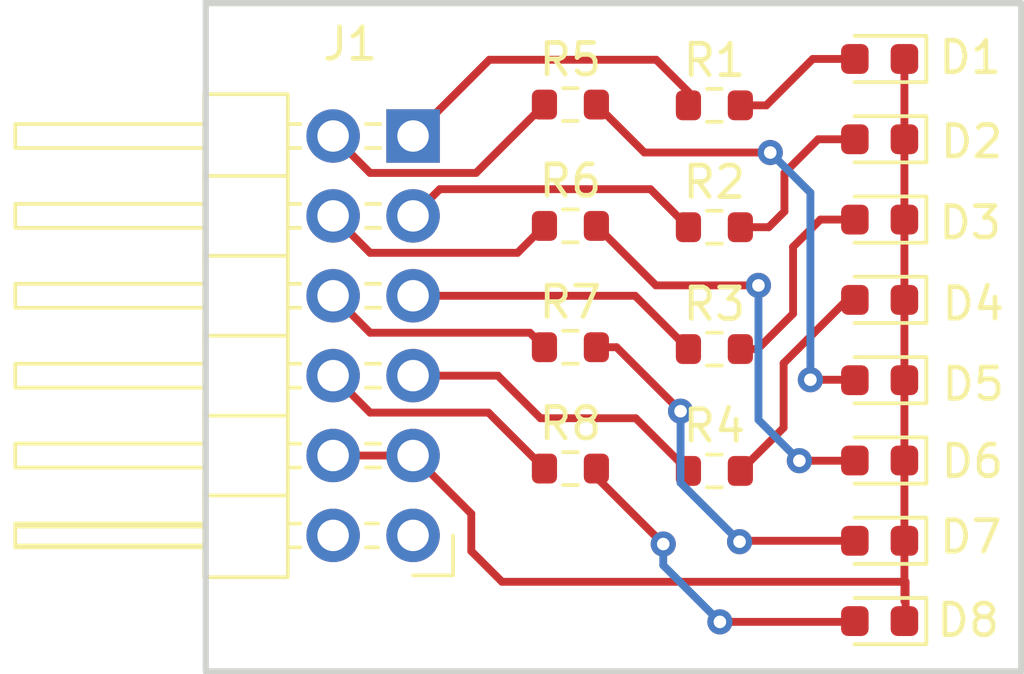
<source format=kicad_pcb>
(kicad_pcb (version 20211014) (generator pcbnew)
  (layers (0 "F.Cu" signal) (31 "B.Cu" signal) (34 "B.Paste" user) (35 "F.Paste" user) (36 "B.SilkS" user "B.Silkscreen") (37 "F.SilkS" user "F.Silkscreen") (38 "B.Mask" user) (39 "F.Mask" user) (44 "Edge.Cuts" user))
  (net 0 "")
  (net 1 "GND")
  (net 2 "Net-(R5-Pad2)")
  (net 3 "Net-(D2-Pad2)")
  (net 4 "Net-(D3-Pad2)")
  (net 5 "Net-(D4-Pad2)")
  (net 6 "Net-(D5-Pad2)")
  (net 7 "Net-(D6-Pad2)")
  (net 8 "Net-(D7-Pad2)")
  (net 9 "Net-(D8-Pad2)")
  (net 10 "Net-(J1-Pad1)")
  (net 11 "Net-(J1-Pad2)")
  (net 12 "Net-(J1-Pad3)")
  (net 13 "Net-(J1-Pad4)")
  (net 14 "+3V3")
  (net 15 "Net-(R5-Pad1)")
  (net 16 "Net-(J1-Pad8)")
  (net 17 "Net-(J1-Pad9)")
  (net 18 "Net-(J1-Pad10)")
  (footprint "Resistor_SMD:R_0603_1608Metric" (layer "F.Cu") (at 138.575 73.75)
    (fp_text reference "R1" (at 0 -1.43) (layer "F.SilkS"))
    (fp_text value "270" hide)
    (fp_line (start -0.237258 -0.5225) (end 0.237258 -0.5225) (layer "F.SilkS") (width 0.12))
    (fp_line (start -0.237258 0.5225) (end 0.237258 0.5225) (layer "F.SilkS") (width 0.12))
    (pad "1" smd roundrect (at -0.825 0) (size 0.8 0.95) (layers "F.Cu" "F.Paste" "F.Mask") (net 10 "Net-(J1-Pad1)"))
    (pad "2" smd roundrect (at 0.825 0) (size 0.8 0.95) (layers "F.Cu" "F.Paste" "F.Mask") (net 9 "Net-(D8-Pad2)"))
  )
  (footprint "Resistor_SMD:R_0603_1608Metric" (layer "F.Cu") (at 138.575 77.625)
    (fp_text reference "R2" (at 0 -1.43) (layer "F.SilkS"))
    (fp_text value "270" hide)
    (fp_line (start -0.237258 0.5225) (end 0.237258 0.5225) (layer "F.SilkS") (width 0.12))
    (fp_line (start -0.237258 -0.5225) (end 0.237258 -0.5225) (layer "F.SilkS") (width 0.12))
    (pad "1" smd roundrect (at -0.825 0) (size 0.8 0.95) (layers "F.Cu" "F.Paste" "F.Mask") (net 11 "Net-(J1-Pad2)"))
    (pad "2" smd roundrect (at 0.825 0) (size 0.8 0.95) (layers "F.Cu" "F.Paste" "F.Mask") (net 8 "Net-(D7-Pad2)"))
  )
  (footprint "Resistor_SMD:R_0603_1608Metric" (layer "F.Cu") (at 138.575 81.5)
    (fp_text reference "R3" (at 0 -1.43) (layer "F.SilkS"))
    (fp_text value "270" hide)
    (fp_line (start -0.237258 0.5225) (end 0.237258 0.5225) (layer "F.SilkS") (width 0.12))
    (fp_line (start -0.237258 -0.5225) (end 0.237258 -0.5225) (layer "F.SilkS") (width 0.12))
    (pad "1" smd roundrect (at -0.825 0) (size 0.8 0.95) (layers "F.Cu" "F.Paste" "F.Mask") (net 12 "Net-(J1-Pad3)"))
    (pad "2" smd roundrect (at 0.825 0) (size 0.8 0.95) (layers "F.Cu" "F.Paste" "F.Mask") (net 7 "Net-(D6-Pad2)"))
  )
  (footprint "Resistor_SMD:R_0603_1608Metric" (layer "F.Cu") (at 138.575 85.375)
    (fp_text reference "R4" (at 0 -1.43) (layer "F.SilkS"))
    (fp_text value "270" hide)
    (fp_line (start -0.237258 -0.5225) (end 0.237258 -0.5225) (layer "F.SilkS") (width 0.12))
    (fp_line (start -0.237258 0.5225) (end 0.237258 0.5225) (layer "F.SilkS") (width 0.12))
    (pad "1" smd roundrect (at -0.825 0) (size 0.8 0.95) (layers "F.Cu" "F.Paste" "F.Mask") (net 13 "Net-(J1-Pad4)"))
    (pad "2" smd roundrect (at 0.825 0) (size 0.8 0.95) (layers "F.Cu" "F.Paste" "F.Mask") (net 6 "Net-(D5-Pad2)"))
  )
  (footprint "LED_SMD:LED_0603_1608Metric" (layer "F.Cu") (at 143.825 77.382142 180)
    (fp_text reference "D3" (at -2.875 -0.1) (layer "F.SilkS"))
    (fp_text value "LED" hide)
    (fp_line (start -1.485 -0.735) (end -1.485 0.735) (layer "F.SilkS") (width 0.12))
    (fp_line (start -1.485 0.735) (end 0.8 0.735) (layer "F.SilkS") (width 0.12))
    (fp_line (start 0.8 -0.735) (end -1.485 -0.735) (layer "F.SilkS") (width 0.12))
    (pad "1" smd roundrect (at -0.7875 0 180) (size 0.875 0.95) (layers "F.Cu" "F.Paste" "F.Mask") (net 1 "GND"))
    (pad "2" smd roundrect (at 0.7875 0 180) (size 0.875 0.95) (layers "F.Cu" "F.Paste" "F.Mask") (net 7 "Net-(D6-Pad2)"))
  )
  (footprint "LED_SMD:LED_0603_1608Metric" (layer "F.Cu") (at 143.825 74.828571 180)
    (fp_text reference "D2" (at -2.925 -0.075) (layer "F.SilkS"))
    (fp_text value "LED" hide)
    (fp_line (start 0.8 -0.735) (end -1.485 -0.735) (layer "F.SilkS") (width 0.12))
    (fp_line (start -1.485 0.735) (end 0.8 0.735) (layer "F.SilkS") (width 0.12))
    (fp_line (start -1.485 -0.735) (end -1.485 0.735) (layer "F.SilkS") (width 0.12))
    (pad "1" smd roundrect (at -0.7875 0 180) (size 0.875 0.95) (layers "F.Cu" "F.Paste" "F.Mask") (net 1 "GND"))
    (pad "2" smd roundrect (at 0.7875 0 180) (size 0.875 0.95) (layers "F.Cu" "F.Paste" "F.Mask") (net 8 "Net-(D7-Pad2)"))
  )
  (footprint "LED_SMD:LED_0603_1608Metric" (layer "F.Cu") (at 143.825 72.275 180)
    (fp_text reference "D1" (at -2.875 0.05) (layer "F.SilkS"))
    (fp_text value "LED" hide)
    (fp_line (start -1.485 0.735) (end 0.8 0.735) (layer "F.SilkS") (width 0.12))
    (fp_line (start -1.485 -0.735) (end -1.485 0.735) (layer "F.SilkS") (width 0.12))
    (fp_line (start 0.8 -0.735) (end -1.485 -0.735) (layer "F.SilkS") (width 0.12))
    (pad "1" smd roundrect (at -0.7875 0 180) (size 0.875 0.95) (layers "F.Cu" "F.Paste" "F.Mask") (net 1 "GND"))
    (pad "2" smd roundrect (at 0.7875 0 180) (size 0.875 0.95) (layers "F.Cu" "F.Paste" "F.Mask") (net 9 "Net-(D8-Pad2)"))
  )
  (footprint "LED_SMD:LED_0603_1608Metric" (layer "F.Cu") (at 143.825 79.935713 180)
    (fp_text reference "D4" (at -2.975 -0.125) (layer "F.SilkS"))
    (fp_text value "LED" hide)
    (fp_line (start 0.8 -0.735) (end -1.485 -0.735) (layer "F.SilkS") (width 0.12))
    (fp_line (start -1.485 0.735) (end 0.8 0.735) (layer "F.SilkS") (width 0.12))
    (fp_line (start -1.485 -0.735) (end -1.485 0.735) (layer "F.SilkS") (width 0.12))
    (pad "1" smd roundrect (at -0.7875 0 180) (size 0.875 0.95) (layers "F.Cu" "F.Paste" "F.Mask") (net 1 "GND"))
    (pad "2" smd roundrect (at 0.7875 0 180) (size 0.875 0.95) (layers "F.Cu" "F.Paste" "F.Mask") (net 6 "Net-(D5-Pad2)"))
  )
  (footprint "LED_SMD:LED_0603_1608Metric" (layer "F.Cu") (at 143.825 85.042855 180)
    (fp_text reference "D6" (at -2.95 -0.025) (layer "F.SilkS"))
    (fp_text value "LED" hide)
    (fp_line (start -1.485 -0.735) (end -1.485 0.735) (layer "F.SilkS") (width 0.12))
    (fp_line (start -1.485 0.735) (end 0.8 0.735) (layer "F.SilkS") (width 0.12))
    (fp_line (start 0.8 -0.735) (end -1.485 -0.735) (layer "F.SilkS") (width 0.12))
    (pad "1" smd roundrect (at -0.7875 0 180) (size 0.875 0.95) (layers "F.Cu" "F.Paste" "F.Mask") (net 1 "GND"))
    (pad "2" smd roundrect (at 0.7875 0 180) (size 0.875 0.95) (layers "F.Cu" "F.Paste" "F.Mask") (net 3 "Net-(D2-Pad2)"))
  )
  (footprint "Connector_PinHeader_2.54mm:PinHeader_2x06_P2.54mm_Horizontal" (layer "F.Cu") (at 129 87.425 180)
    (fp_text reference "J1" (at 2 15.625 180) (layer "F.SilkS"))
    (fp_text value "Conn_02x06_Counter_Clockwise" hide)
    (fp_line (start 1.042929 12.32) (end 1.497071 12.32) (layer "F.SilkS") (width 0.12))
    (fp_line (start 1.042929 5.46) (end 1.497071 5.46) (layer "F.SilkS") (width 0.12))
    (fp_line (start 3.98 3.81) (end 6.64 3.81) (layer "F.SilkS") (width 0.12))
    (fp_line (start 3.582929 0.38) (end 3.98 0.38) (layer "F.SilkS") (width 0.12))
    (fp_line (start 12.64 10.54) (end 6.64 10.54) (layer "F.SilkS") (width 0.12))
    (fp_line (start 1.042929 2.16) (end 1.497071 2.16) (layer "F.SilkS") (width 0.12))
    (fp_line (start 3.98 8.89) (end 6.64 8.89) (layer "F.SilkS") (width 0.12))
    (fp_line (start 12.64 4.7) (end 12.64 5.46) (layer "F.SilkS") (width 0.12))
    (fp_line (start 3.582929 9.78) (end 3.98 9.78) (layer "F.SilkS") (width 0.12))
    (fp_line (start 12.64 5.46) (end 6.64 5.46) (layer "F.SilkS") (width 0.12))
    (fp_line (start 6.64 -0.38) (end 12.64 -0.38) (layer "F.SilkS") (width 0.12))
    (fp_line (start 3.582929 2.16) (end 3.98 2.16) (layer "F.SilkS") (width 0.12))
    (fp_line (start 3.582929 7.24) (end 3.98 7.24) (layer "F.SilkS") (width 0.12))
    (fp_line (start 3.98 -1.33) (end 3.98 14.03) (layer "F.SilkS") (width 0.12))
    (fp_line (start 12.64 12.32) (end 12.64 13.08) (layer "F.SilkS") (width 0.12))
    (fp_line (start 3.98 14.03) (end 6.64 14.03) (layer "F.SilkS") (width 0.12))
    (fp_line (start 1.042929 8) (end 1.497071 8) (layer "F.SilkS") (width 0.12))
    (fp_line (start 6.64 -0.32) (end 12.64 -0.32) (layer "F.SilkS") (width 0.12))
    (fp_line (start 1.042929 13.08) (end 1.497071 13.08) (layer "F.SilkS") (width 0.12))
    (fp_line (start 12.64 8) (end 6.64 8) (layer "F.SilkS") (width 0.12))
    (fp_line (start 3.582929 10.54) (end 3.98 10.54) (layer "F.SilkS") (width 0.12))
    (fp_line (start 6.64 2.16) (end 12.64 2.16) (layer "F.SilkS") (width 0.12))
    (fp_line (start 6.64 0.28) (end 12.64 0.28) (layer "F.SilkS") (width 0.12))
    (fp_line (start -1.27 0) (end -1.27 -1.27) (layer "F.SilkS") (width 0.12))
    (fp_line (start 1.042929 9.78) (end 1.497071 9.78) (layer "F.SilkS") (width 0.12))
    (fp_line (start 1.042929 7.24) (end 1.497071 7.24) (layer "F.SilkS") (width 0.12))
    (fp_line (start 3.582929 12.32) (end 3.98 12.32) (layer "F.SilkS") (width 0.12))
    (fp_line (start 3.98 6.35) (end 6.64 6.35) (layer "F.SilkS") (width 0.12))
    (fp_line (start 12.64 13.08) (end 6.64 13.08) (layer "F.SilkS") (width 0.12))
    (fp_line (start 1.042929 4.7) (end 1.497071 4.7) (layer "F.SilkS") (width 0.12))
    (fp_line (start -1.27 -1.27) (end 0 -1.27) (layer "F.SilkS") (width 0.12))
    (fp_line (start 3.582929 2.92) (end 3.98 2.92) (layer "F.SilkS") (width 0.12))
    (fp_line (start 6.64 9.78) (end 12.64 9.78) (layer "F.SilkS") (width 0.12))
    (fp_line (start 3.582929 13.08) (end 3.98 13.08) (layer "F.SilkS") (width 0.12))
    (fp_line (start 1.042929 2.92) (end 1.497071 2.92) (layer "F.SilkS") (width 0.12))
    (fp_line (start 1.11 0.38) (end 1.497071 0.38) (layer "F.SilkS") (width 0.12))
    (fp_line (start 6.64 14.03) (end 6.64 -1.33) (layer "F.SilkS") (width 0.12))
    (fp_line (start 3.582929 8) (end 3.98 8) (layer "F.SilkS") (width 0.12))
    (fp_line (start 12.64 9.78) (end 12.64 10.54) (layer "F.SilkS") (width 0.12))
    (fp_line (start 12.64 0.38) (end 6.64 0.38) (layer "F.SilkS") (width 0.12))
    (fp_line (start 6.64 4.7) (end 12.64 4.7) (layer "F.SilkS") (width 0.12))
    (fp_line (start 3.98 1.27) (end 6.64 1.27) (layer "F.SilkS") (width 0.12))
    (fp_line (start 12.64 7.24) (end 12.64 8) (layer "F.SilkS") (width 0.12))
    (fp_line (start 3.98 11.43) (end 6.64 11.43) (layer "F.SilkS") (width 0.12))
    (fp_line (start 12.64 2.92) (end 6.64 2.92) (layer "F.SilkS") (width 0.12))
    (fp_line (start 12.64 2.16) (end 12.64 2.92) (layer "F.SilkS") (width 0.12))
    (fp_line (start 6.64 12.32) (end 12.64 12.32) (layer "F.SilkS") (width 0.12))
    (fp_line (start 1.042929 10.54) (end 1.497071 10.54) (layer "F.SilkS") (width 0.12))
    (fp_line (start 1.11 -0.38) (end 1.497071 -0.38) (layer "F.SilkS") (width 0.12))
    (fp_line (start 3.582929 -0.38) (end 3.98 -0.38) (layer "F.SilkS") (width 0.12))
    (fp_line (start 6.64 -1.33) (end 3.98 -1.33) (layer "F.SilkS") (width 0.12))
    (fp_line (start 6.64 7.24) (end 12.64 7.24) (layer "F.SilkS") (width 0.12))
    (fp_line (start 12.64 -0.38) (end 12.64 0.38) (layer "F.SilkS") (width 0.12))
    (fp_line (start 3.582929 5.46) (end 3.98 5.46) (layer "F.SilkS") (width 0.12))
    (fp_line (start 3.582929 4.7) (end 3.98 4.7) (layer "F.SilkS") (width 0.12))
    (pad "1" thru_hole rect (at 0 12.7 180) (size 1.7 1.7) (drill 1) (layers *.Cu *.Mask) (net 10 "Net-(J1-Pad1)"))
    (pad "2" thru_hole oval (at 0 10.16 180) (size 1.7 1.7) (drill 1) (layers *.Cu *.Mask) (net 11 "Net-(J1-Pad2)"))
    (pad "3" thru_hole oval (at 0 7.62 180) (size 1.7 1.7) (drill 1) (layers *.Cu *.Mask) (net 12 "Net-(J1-Pad3)"))
    (pad "4" thru_hole oval (at 0 5.08 180) (size 1.7 1.7) (drill 1) (layers *.Cu *.Mask) (net 13 "Net-(J1-Pad4)"))
    (pad "5" thru_hole oval (at 0 2.54 180) (size 1.7 1.7) (drill 1) (layers *.Cu *.Mask) (net 1 "GND"))
    (pad "6" thru_hole oval (at 0 0 180) (size 1.7 1.7) (drill 1) (layers *.Cu *.Mask) (net 14 "+3V3"))
    (pad "7" thru_hole oval (at 2.54 12.7 180) (size 1.7 1.7) (drill 1) (layers *.Cu *.Mask) (net 15 "Net-(R5-Pad1)"))
    (pad "8" thru_hole oval (at 2.54 10.16 180) (size 1.7 1.7) (drill 1) (layers *.Cu *.Mask) (net 16 "Net-(J1-Pad8)"))
    (pad "9" thru_hole oval (at 2.54 7.62 180) (size 1.7 1.7) (drill 1) (layers *.Cu *.Mask) (net 17 "Net-(J1-Pad9)"))
    (pad "10" thru_hole oval (at 2.54 5.08 180) (size 1.7 1.7) (drill 1) (layers *.Cu *.Mask) (net 18 "Net-(J1-Pad10)"))
    (pad "11" thru_hole oval (at 2.54 2.54 180) (size 1.7 1.7) (drill 1) (layers *.Cu *.Mask) (net 1 "GND"))
    (pad "12" thru_hole oval (at 2.54 0 180) (size 1.7 1.7) (drill 1) (layers *.Cu *.Mask) (net 14 "+3V3"))
  )
  (footprint "LED_SMD:LED_0603_1608Metric" (layer "F.Cu") (at 143.825 90.15 180)
    (fp_text reference "D8" (at -2.8125 0.025) (layer "F.SilkS"))
    (fp_text value "LED" hide)
    (fp_line (start 0.8 -0.735) (end -1.485 -0.735) (layer "F.SilkS") (width 0.12))
    (fp_line (start -1.485 0.735) (end 0.8 0.735) (layer "F.SilkS") (width 0.12))
    (fp_line (start -1.485 -0.735) (end -1.485 0.735) (layer "F.SilkS") (width 0.12))
    (pad "1" smd roundrect (at -0.7875 0 180) (size 0.875 0.95) (layers "F.Cu" "F.Paste" "F.Mask") (net 1 "GND"))
    (pad "2" smd roundrect (at 0.7875 0 180) (size 0.875 0.95) (layers "F.Cu" "F.Paste" "F.Mask") (net 5 "Net-(D4-Pad2)"))
  )
  (footprint "Resistor_SMD:R_0603_1608Metric" (layer "F.Cu") (at 134 85.3)
    (fp_text reference "R8" (at 0 -1.43) (layer "F.SilkS"))
    (fp_text value "270" hide)
    (fp_line (start -0.237258 -0.5225) (end 0.237258 -0.5225) (layer "F.SilkS") (width 0.12))
    (fp_line (start -0.237258 0.5225) (end 0.237258 0.5225) (layer "F.SilkS") (width 0.12))
    (pad "1" smd roundrect (at -0.825 0) (size 0.8 0.95) (layers "F.Cu" "F.Paste" "F.Mask") (net 18 "Net-(J1-Pad10)"))
    (pad "2" smd roundrect (at 0.825 0) (size 0.8 0.95) (layers "F.Cu" "F.Paste" "F.Mask") (net 5 "Net-(D4-Pad2)"))
  )
  (footprint "LED_SMD:LED_0603_1608Metric" (layer "F.Cu") (at 143.825 82.489284 180)
    (fp_text reference "D5" (at -2.975 -0.125) (layer "F.SilkS"))
    (fp_text value "LED" hide)
    (fp_line (start -1.485 0.735) (end 0.8 0.735) (layer "F.SilkS") (width 0.12))
    (fp_line (start -1.485 -0.735) (end -1.485 0.735) (layer "F.SilkS") (width 0.12))
    (fp_line (start 0.8 -0.735) (end -1.485 -0.735) (layer "F.SilkS") (width 0.12))
    (pad "1" smd roundrect (at -0.7875 0 180) (size 0.875 0.95) (layers "F.Cu" "F.Paste" "F.Mask") (net 1 "GND"))
    (pad "2" smd roundrect (at 0.7875 0 180) (size 0.875 0.95) (layers "F.Cu" "F.Paste" "F.Mask") (net 2 "Net-(R5-Pad2)"))
  )
  (footprint "Resistor_SMD:R_0603_1608Metric" (layer "F.Cu") (at 134 81.441666)
    (fp_text reference "R7" (at 0 -1.43) (layer "F.SilkS"))
    (fp_text value "270" hide)
    (fp_line (start -0.237258 -0.5225) (end 0.237258 -0.5225) (layer "F.SilkS") (width 0.12))
    (fp_line (start -0.237258 0.5225) (end 0.237258 0.5225) (layer "F.SilkS") (width 0.12))
    (pad "1" smd roundrect (at -0.825 0) (size 0.8 0.95) (layers "F.Cu" "F.Paste" "F.Mask") (net 17 "Net-(J1-Pad9)"))
    (pad "2" smd roundrect (at 0.825 0) (size 0.8 0.95) (layers "F.Cu" "F.Paste" "F.Mask") (net 4 "Net-(D3-Pad2)"))
  )
  (footprint "Resistor_SMD:R_0603_1608Metric" (layer "F.Cu") (at 134 77.583333)
    (fp_text reference "R6" (at 0 -1.43) (layer "F.SilkS"))
    (fp_text value "270" hide)
    (fp_line (start -0.237258 -0.5225) (end 0.237258 -0.5225) (layer "F.SilkS") (width 0.12))
    (fp_line (start -0.237258 0.5225) (end 0.237258 0.5225) (layer "F.SilkS") (width 0.12))
    (pad "1" smd roundrect (at -0.825 0) (size 0.8 0.95) (layers "F.Cu" "F.Paste" "F.Mask") (net 16 "Net-(J1-Pad8)"))
    (pad "2" smd roundrect (at 0.825 0) (size 0.8 0.95) (layers "F.Cu" "F.Paste" "F.Mask") (net 3 "Net-(D2-Pad2)"))
  )
  (footprint "Resistor_SMD:R_0603_1608Metric" (layer "F.Cu") (at 134 73.725)
    (fp_text reference "R5" (at 0 -1.43) (layer "F.SilkS"))
    (fp_text value "270" hide)
    (fp_line (start -0.237258 -0.5225) (end 0.237258 -0.5225) (layer "F.SilkS") (width 0.12))
    (fp_line (start -0.237258 0.5225) (end 0.237258 0.5225) (layer "F.SilkS") (width 0.12))
    (pad "1" smd roundrect (at -0.825 0) (size 0.8 0.95) (layers "F.Cu" "F.Paste" "F.Mask") (net 15 "Net-(R5-Pad1)"))
    (pad "2" smd roundrect (at 0.825 0) (size 0.8 0.95) (layers "F.Cu" "F.Paste" "F.Mask") (net 2 "Net-(R5-Pad2)"))
  )
  (footprint "LED_SMD:LED_0603_1608Metric" (layer "F.Cu") (at 143.825 87.596426 180)
    (fp_text reference "D7" (at -2.9 0.125) (layer "F.SilkS"))
    (fp_text value "LED" hide)
    (fp_line (start -1.485 0.735) (end 0.8 0.735) (layer "F.SilkS") (width 0.12))
    (fp_line (start 0.8 -0.735) (end -1.485 -0.735) (layer "F.SilkS") (width 0.12))
    (fp_line (start -1.485 -0.735) (end -1.485 0.735) (layer "F.SilkS") (width 0.12))
    (pad "1" smd roundrect (at -0.7875 0 180) (size 0.875 0.95) (layers "F.Cu" "F.Paste" "F.Mask") (net 1 "GND"))
    (pad "2" smd roundrect (at 0.7875 0 180) (size 0.875 0.95) (layers "F.Cu" "F.Paste" "F.Mask") (net 4 "Net-(D3-Pad2)"))
  )
  (gr_rect (start 122.4125 70.5) (end 148.325 91.75) (layer "Edge.Cuts") (width 0.2) (fill none))
  (segment (start 144.65 89.55) (end 144.65 90.1125) (width 0.25) (layer "F.Cu") (net 1))
  (segment (start 144.6125 89.5125) (end 144.65 89.55) (width 0.25) (layer "F.Cu") (net 1))
  (segment (start 126.46 84.885) (end 129 84.885) (width 0.25) (layer "F.Cu") (net 1))
  (segment (start 144.6125 72.275) (end 144.6125 89.5125) (width 0.25) (layer "F.Cu") (net 1))
  (segment (start 144.65 90.1125) (end 144.6125 90.15) (width 0.25) (layer "F.Cu") (net 1))
  (segment (start 131.825 88.9) (end 144.65 88.9) (width 0.25) (layer "F.Cu") (net 1))
  (segment (start 144.65 88.9) (end 144.65 89.55) (width 0.25) (layer "F.Cu") (net 1))
  (segment (start 130.85 86.735) (end 130.85 87.925) (width 0.25) (layer "F.Cu") (net 1))
  (segment (start 130.85 87.925) (end 131.825 88.9) (width 0.25) (layer "F.Cu") (net 1))
  (segment (start 129 84.885) (end 130.85 86.735) (width 0.25) (layer "F.Cu") (net 1))
  (segment (start 136.35 75.25) (end 140.35 75.25) (width 0.25) (layer "F.Cu") (net 2))
  (segment (start 141.625 82.475) (end 143.023216 82.475) (width 0.25) (layer "F.Cu") (net 2))
  (segment (start 134.825 73.725) (end 136.35 75.25) (width 0.25) (layer "F.Cu") (net 2))
  (segment (start 143.023216 82.475) (end 143.0375 82.489284) (width 0.25) (layer "F.Cu") (net 2))
  (via (at 141.625 82.475) (size 0.8) (drill 0.4) (layers "F.Cu" "B.Cu") (net 2))
  (via (at 140.35 75.25) (size 0.8) (drill 0.4) (layers "F.Cu" "B.Cu") (net 2))
  (segment (start 140.35 75.25) (end 141.625 76.525) (width 0.25) (layer "B.Cu") (net 2))
  (segment (start 141.625 76.525) (end 141.625 82.475) (width 0.25) (layer "B.Cu") (net 2))
  (segment (start 143.030355 85.05) (end 143.0375 85.042855) (width 0.25) (layer "F.Cu") (net 3))
  (segment (start 141.275 85.05) (end 143.030355 85.05) (width 0.25) (layer "F.Cu") (net 3))
  (segment (start 134.825 77.583333) (end 136.716667 79.475) (width 0.25) (layer "F.Cu") (net 3))
  (segment (start 136.716667 79.475) (end 139.975 79.475) (width 0.25) (layer "F.Cu") (net 3))
  (via (at 139.975 79.475) (size 0.8) (drill 0.4) (layers "F.Cu" "B.Cu") (net 3))
  (via (at 141.275 85.05) (size 0.8) (drill 0.4) (layers "F.Cu" "B.Cu") (net 3))
  (segment (start 139.975 83.75) (end 141.275 85.05) (width 0.25) (layer "B.Cu") (net 3))
  (segment (start 139.975 79.475) (end 139.975 83.75) (width 0.25) (layer "B.Cu") (net 3))
  (segment (start 135.466666 81.441666) (end 137.5 83.475) (width 0.25) (layer "F.Cu") (net 4))
  (segment (start 139.375 87.625) (end 139.403574 87.596426) (width 0.25) (layer "F.Cu") (net 4))
  (segment (start 139.403574 87.596426) (end 143.0375 87.596426) (width 0.25) (layer "F.Cu") (net 4))
  (segment (start 134.825 81.441666) (end 135.466666 81.441666) (width 0.25) (layer "F.Cu") (net 4))
  (via (at 139.375 87.625) (size 0.8) (drill 0.4) (layers "F.Cu" "B.Cu") (net 4))
  (via (at 137.5 83.475) (size 0.8) (drill 0.4) (layers "F.Cu" "B.Cu") (net 4))
  (segment (start 137.5 85.75) (end 139.375 87.625) (width 0.25) (layer "B.Cu") (net 4))
  (segment (start 137.5 83.475) (end 137.5 85.75) (width 0.25) (layer "B.Cu") (net 4))
  (segment (start 138.75 90.175) (end 143.0125 90.175) (width 0.25) (layer "F.Cu") (net 5))
  (segment (start 134.825 85.3) (end 134.825 85.575) (width 0.25) (layer "F.Cu") (net 5))
  (segment (start 134.825 85.575) (end 136.95 87.7) (width 0.25) (layer "F.Cu") (net 5))
  (segment (start 143.0125 90.175) (end 143.0375 90.15) (width 0.25) (layer "F.Cu") (net 5))
  (via (at 136.95 87.7) (size 0.8) (drill 0.4) (layers "F.Cu" "B.Cu") (net 5))
  (via (at 138.75 90.175) (size 0.8) (drill 0.4) (layers "F.Cu" "B.Cu") (net 5))
  (segment (start 136.95 87.7) (end 136.95 88.375) (width 0.25) (layer "B.Cu") (net 5))
  (segment (start 136.95 88.375) (end 138.75 90.175) (width 0.25) (layer "B.Cu") (net 5))
  (segment (start 139.4 85.375) (end 140.775 84) (width 0.25) (layer "F.Cu") (net 6))
  (segment (start 140.775 81.95) (end 142.789287 79.935713) (width 0.25) (layer "F.Cu") (net 6))
  (segment (start 140.775 84) (end 140.775 81.95) (width 0.25) (layer "F.Cu") (net 6))
  (segment (start 142.789287 79.935713) (end 143.0375 79.935713) (width 0.25) (layer "F.Cu") (net 6))
  (segment (start 139.4 81.5) (end 139.95 81.5) (width 0.25) (layer "F.Cu") (net 7))
  (segment (start 141.942858 77.382142) (end 143.0375 77.382142) (width 0.25) (layer "F.Cu") (net 7))
  (segment (start 139.95 81.5) (end 141.075 80.375) (width 0.25) (layer "F.Cu") (net 7))
  (segment (start 141.075 78.25) (end 141.942858 77.382142) (width 0.25) (layer "F.Cu") (net 7))
  (segment (start 141.075 80.375) (end 141.075 78.25) (width 0.25) (layer "F.Cu") (net 7))
  (segment (start 140.3 77.625) (end 140.8 77.125) (width 0.25) (layer "F.Cu") (net 8))
  (segment (start 140.8 77.125) (end 140.8 75.9) (width 0.25) (layer "F.Cu") (net 8))
  (segment (start 141.871429 74.828571) (end 143.0375 74.828571) (width 0.25) (layer "F.Cu") (net 8))
  (segment (start 139.4 77.625) (end 140.3 77.625) (width 0.25) (layer "F.Cu") (net 8))
  (segment (start 140.8 75.9) (end 141.871429 74.828571) (width 0.25) (layer "F.Cu") (net 8))
  (segment (start 141.7 72.275) (end 143.0375 72.275) (width 0.25) (layer "F.Cu") (net 9))
  (segment (start 139.4 73.75) (end 140.225 73.75) (width 0.25) (layer "F.Cu") (net 9))
  (segment (start 140.225 73.75) (end 141.7 72.275) (width 0.25) (layer "F.Cu") (net 9))
  (segment (start 137.75 73.325) (end 137.75 73.75) (width 0.25) (layer "F.Cu") (net 10))
  (segment (start 129 74.725) (end 131.425 72.3) (width 0.25) (layer "F.Cu") (net 10))
  (segment (start 131.425 72.3) (end 136.725 72.3) (width 0.25) (layer "F.Cu") (net 10))
  (segment (start 136.725 72.3) (end 137.75 73.325) (width 0.25) (layer "F.Cu") (net 10))
  (segment (start 129 77.265) (end 129.85 76.415) (width 0.25) (layer "F.Cu") (net 11))
  (segment (start 129.85 76.415) (end 136.54 76.415) (width 0.25) (layer "F.Cu") (net 11))
  (segment (start 136.54 76.415) (end 137.75 77.625) (width 0.25) (layer "F.Cu") (net 11))
  (segment (start 129 79.805) (end 136.055 79.805) (width 0.25) (layer "F.Cu") (net 12))
  (segment (start 136.055 79.805) (end 137.75 81.5) (width 0.25) (layer "F.Cu") (net 12))
  (segment (start 136.075 83.7) (end 137.75 85.375) (width 0.25) (layer "F.Cu") (net 13))
  (segment (start 129 82.345) (end 131.695 82.345) (width 0.25) (layer "F.Cu") (net 13))
  (segment (start 133.05 83.7) (end 136.075 83.7) (width 0.25) (layer "F.Cu") (net 13))
  (segment (start 131.695 82.345) (end 133.05 83.7) (width 0.25) (layer "F.Cu") (net 13))
  (segment (start 127.634511 75.899511) (end 131.000489 75.899511) (width 0.25) (layer "F.Cu") (net 15))
  (segment (start 126.46 74.725) (end 127.634511 75.899511) (width 0.25) (layer "F.Cu") (net 15))
  (segment (start 131.000489 75.899511) (end 133.175 73.725) (width 0.25) (layer "F.Cu") (net 15))
  (segment (start 126.46 77.265) (end 127.634511 78.439511) (width 0.25) (layer "F.Cu") (net 16))
  (segment (start 127.634511 78.439511) (end 132.318822 78.439511) (width 0.25) (layer "F.Cu") (net 16))
  (segment (start 132.318822 78.439511) (end 133.175 77.583333) (width 0.25) (layer "F.Cu") (net 16))
  (segment (start 126.46 79.805) (end 127.634511 80.979511) (width 0.25) (layer "F.Cu") (net 17))
  (segment (start 132.712845 80.979511) (end 133.175 81.441666) (width 0.25) (layer "F.Cu") (net 17))
  (segment (start 127.634511 80.979511) (end 132.712845 80.979511) (width 0.25) (layer "F.Cu") (net 17))
  (segment (start 127.634511 83.519511) (end 131.394511 83.519511) (width 0.25) (layer "F.Cu") (net 18))
  (segment (start 126.46 82.345) (end 127.634511 83.519511) (width 0.25) (layer "F.Cu") (net 18))
  (segment (start 131.394511 83.519511) (end 133.175 85.3) (width 0.25) (layer "F.Cu") (net 18))
)
</source>
